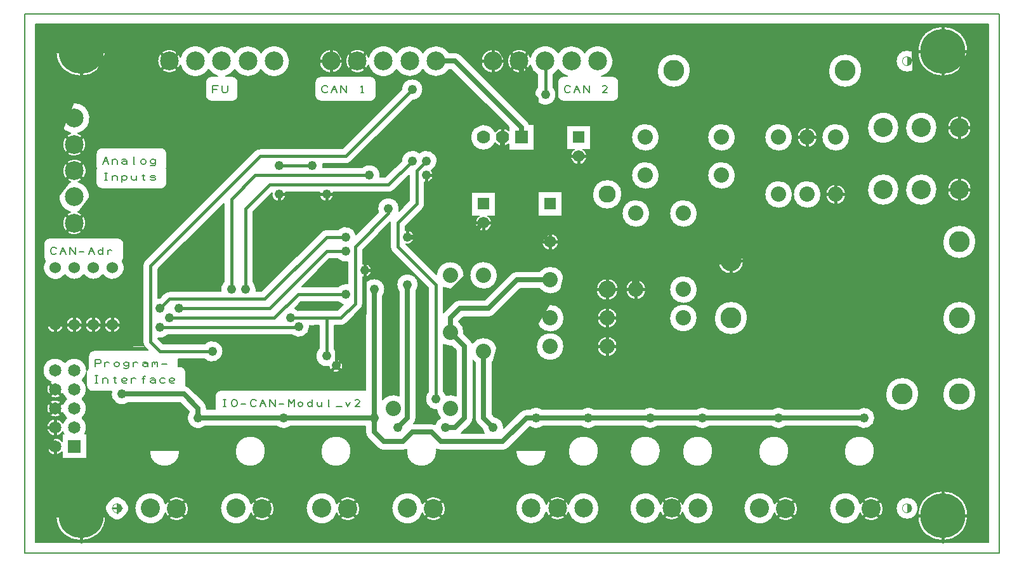
<source format=gbr>
%FSLAX23Y23*%
%MOIN*%
G04 EasyPC Gerber Version 16.0.6 Build 3249 *
%ADD123R,0.06200X0.06200*%
%ADD155R,0.06299X0.06299*%
%ADD116R,0.06500X0.06500*%
%ADD110R,0.07000X0.07000*%
%ADD94C,0.00100*%
%ADD10C,0.00500*%
%ADD89C,0.00700*%
%ADD91C,0.01000*%
%ADD90C,0.01500*%
%ADD100C,0.02500*%
%ADD103C,0.04000*%
%ADD137C,0.04800*%
%ADD151C,0.06000*%
%ADD124C,0.06200*%
%ADD156C,0.06299*%
%ADD115C,0.06500*%
%ADD111C,0.07000*%
%ADD125C,0.08000*%
%ADD154C,0.09000*%
%ADD157C,0.09843*%
%ADD109C,0.10000*%
%ADD152C,0.11000*%
%ADD153C,0.11000*%
%ADD150C,0.23622*%
X0Y0D02*
D02*
D10*
X703Y1132D02*
Y1130D01*
X729Y1103*
X948*
G75*
G02X1044Y1063I40J-40*
G01*
G75*
G02X948Y1023I-57*
G01*
X809*
Y984*
X816*
G75*
G02X849Y951J-33*
G01*
Y884*
G75*
G02X849Y882I-33J0*
G01*
G75*
G02X870Y870I-11J-44*
G01*
X945Y795*
G75*
G02X958Y763I-32J-32*
G01*
Y758*
X1002*
G75*
G02X1002Y759I32J2*
G01*
Y826*
G75*
G02X1034Y859I33*
G01*
X1791*
G75*
G02X1793Y859I0J-32*
G01*
Y1354*
G75*
G02X1781Y1388I45J34*
G01*
G75*
G02X1894I57*
G01*
G75*
G02X1883Y1354I-57*
G01*
Y810*
G75*
G02X1968Y829I55J-47*
G01*
Y1379*
G75*
G02X1956Y1413I45J34*
G01*
G75*
G02X2069I57*
G01*
G75*
G02X2058Y1379I-57*
G01*
Y713*
G75*
G02X2046Y683I-45J0*
G01*
X2138*
G75*
G02X2158Y678J-45*
G01*
G75*
G02X2186Y713I54J-15*
G01*
G75*
G02X2166Y756I52J50*
G01*
G75*
G02X2123Y853I-3J56*
G01*
Y1396*
X1934Y1585*
G75*
G02X1923Y1613I28J28*
G01*
Y1738*
G75*
G02X1923Y1742I40J0*
G01*
X1778Y1596*
Y1523*
G75*
G02X1824Y1488I10J-35*
G01*
G75*
G02X1778Y1453I-37*
G01*
Y1313*
G75*
G02X1766Y1285I-40*
G01*
X1691Y1210*
G75*
G02X1663Y1198I-28J28*
G01*
X1628*
Y1078*
G75*
G02X1643Y1024I-40J-40*
G01*
G75*
G02X1674Y988I-5J-36*
G01*
G75*
G02X1602Y983I-37*
G01*
G75*
G02X1548Y1078I-14J55*
G01*
Y1198*
X1524*
G75*
G02X1501I-12J40*
G01*
X1499*
G75*
G02X1499Y1193I-56J-5*
G01*
G75*
G02X1409Y1148I-57*
G01*
X753*
G75*
G02X703Y1132I-40J40*
G01*
G36*
Y1130*
X729Y1103*
X948*
G75*
G02X1044Y1063I40J-40*
G01*
G75*
G02X948Y1023I-57*
G01*
X809*
Y984*
X816*
G75*
G02X849Y951J-33*
G01*
Y884*
G75*
G02X849Y882I-33J0*
G01*
G75*
G02X870Y870I-11J-44*
G01*
X945Y795*
G75*
G02X958Y763I-32J-32*
G01*
Y758*
X1002*
G75*
G02X1002Y759I32J2*
G01*
Y826*
G75*
G02X1034Y859I33*
G01*
X1791*
G75*
G02X1793Y859I0J-32*
G01*
Y1354*
G75*
G02X1781Y1388I45J34*
G01*
G75*
G02X1894I57*
G01*
G75*
G02X1883Y1354I-57*
G01*
Y810*
G75*
G02X1968Y829I55J-47*
G01*
Y1379*
G75*
G02X1956Y1413I45J34*
G01*
G75*
G02X2069I57*
G01*
G75*
G02X2058Y1379I-57*
G01*
Y713*
G75*
G02X2046Y683I-45J0*
G01*
X2138*
G75*
G02X2158Y678J-45*
G01*
G75*
G02X2186Y713I54J-15*
G01*
G75*
G02X2166Y756I52J50*
G01*
G75*
G02X2123Y853I-3J56*
G01*
Y1396*
X1934Y1585*
G75*
G02X1923Y1613I28J28*
G01*
Y1738*
G75*
G02X1923Y1742I40J0*
G01*
X1778Y1596*
Y1523*
G75*
G02X1824Y1488I10J-35*
G01*
G75*
G02X1778Y1453I-37*
G01*
Y1313*
G75*
G02X1766Y1285I-40*
G01*
X1691Y1210*
G75*
G02X1663Y1198I-28J28*
G01*
X1628*
Y1078*
G75*
G02X1643Y1024I-40J-40*
G01*
G75*
G02X1674Y988I-5J-36*
G01*
G75*
G02X1602Y983I-37*
G01*
G75*
G02X1548Y1078I-14J55*
G01*
Y1198*
X1524*
G75*
G02X1501I-12J40*
G01*
X1499*
G75*
G02X1499Y1193I-56J-5*
G01*
G75*
G02X1409Y1148I-57*
G01*
X753*
G75*
G02X703Y1132I-40J40*
G01*
G37*
Y1344D02*
G75*
G02X713Y1344I10J-56D01*
G01*
X734Y1366*
G75*
G02X763Y1378I28J-28*
G01*
X1032*
G75*
G02X1048Y1428I56J10*
G01*
Y1841*
X703Y1496*
Y1344*
G36*
G75*
G02X713Y1344I10J-56*
G01*
X734Y1366*
G75*
G02X763Y1378I28J-28*
G01*
X1032*
G75*
G02X1048Y1428I56J10*
G01*
Y1841*
X703Y1496*
Y1344*
G37*
X1203Y1428D02*
G75*
G02X1218Y1378I-40J-40D01*
G01*
X1246*
X1559Y1691*
G75*
G02X1588Y1703I28J-28*
G01*
X1648*
G75*
G02X1743Y1675I40J-40*
G01*
X1860Y1792*
G75*
G02X1856Y1813I52J21*
G01*
G75*
G02X1969I57*
G01*
G75*
G02X1968Y1799I-57J0*
G01*
X2023Y1855*
Y1991*
X1941Y1910*
G75*
G02X1913Y1898I-28J28*
G01*
X1623*
G75*
G02X1624Y1888I-35J-10*
G01*
G75*
G02X1551I-37*
G01*
G75*
G02X1553Y1898I37J0*
G01*
X1373*
G75*
G02X1374Y1888I-35J-10*
G01*
G75*
G02X1301I-37*
G01*
G75*
G02X1302Y1896I36J0*
G01*
X1203Y1796*
Y1428*
G36*
G75*
G02X1218Y1378I-40J-40*
G01*
X1246*
X1559Y1691*
G75*
G02X1588Y1703I28J-28*
G01*
X1648*
G75*
G02X1743Y1675I40J-40*
G01*
X1860Y1792*
G75*
G02X1856Y1813I52J21*
G01*
G75*
G02X1969I57*
G01*
G75*
G02X1968Y1799I-57J0*
G01*
X2023Y1855*
Y1991*
X1941Y1910*
G75*
G02X1913Y1898I-28J28*
G01*
X1623*
G75*
G02X1624Y1888I-35J-10*
G01*
G75*
G02X1551I-37*
G01*
G75*
G02X1553Y1898I37J0*
G01*
X1373*
G75*
G02X1374Y1888I-35J-10*
G01*
G75*
G02X1301I-37*
G01*
G75*
G02X1302Y1896I36J0*
G01*
X1203Y1796*
Y1428*
G37*
X1421Y1289D02*
G75*
G02X1438Y1278I-23J-52D01*
G01*
X1501*
G75*
G02X1524I12J-40*
G01*
X1646*
X1676Y1308*
G75*
G02X1648Y1323I12J55*
G01*
X1454*
X1421Y1289*
G36*
G75*
G02X1438Y1278I-23J-52*
G01*
X1501*
G75*
G02X1524I12J-40*
G01*
X1646*
X1676Y1308*
G75*
G02X1648Y1323I12J55*
G01*
X1454*
X1421Y1289*
G37*
X1459Y1403D02*
X1648D01*
G75*
G02X1698Y1419I40J-40*
G01*
Y1532*
G75*
G02X1648Y1548I-10J56*
G01*
X1604*
X1459Y1403*
G36*
X1648*
G75*
G02X1698Y1419I40J-40*
G01*
Y1532*
G75*
G02X1648Y1548I-10J56*
G01*
X1604*
X1459Y1403*
G37*
X2203Y853D02*
G75*
G02X2216Y832I-40J-40D01*
G01*
G75*
G02X2268Y829I22J-69*
G01*
Y1069*
X2246Y1091*
G75*
G02X2238Y1090I-8J72*
G01*
G75*
G02X2203Y1099J73*
G01*
Y853*
G36*
G75*
G02X2216Y832I-40J-40*
G01*
G75*
G02X2268Y829I22J-69*
G01*
Y1069*
X2246Y1091*
G75*
G02X2238Y1090I-8J72*
G01*
G75*
G02X2203Y1099J73*
G01*
Y853*
G37*
X2296Y633D02*
X2415D01*
G75*
G02X2407Y655I48J30*
G01*
X2381Y681*
G75*
G02X2368Y713I32J32*
G01*
Y1006*
G75*
G02X2358Y1016I45J57*
G01*
Y713*
G75*
G02X2345Y681I-45*
G01*
X2296Y633*
G36*
X2415*
G75*
G02X2407Y655I48J30*
G01*
X2381Y681*
G75*
G02X2368Y713I32J32*
G01*
Y1006*
G75*
G02X2358Y1016I45J57*
G01*
Y713*
G75*
G02X2345Y681I-45*
G01*
X2296Y633*
G37*
X5066Y2782D02*
X58D01*
Y58*
X5066*
Y2782*
X110Y1537D02*
G75*
G02X102Y1559I24J22D01*
G01*
Y1626*
G75*
G02X134Y1659I33*
G01*
X491*
G75*
G02X524Y1626J-33*
G01*
Y1559*
G75*
G02X515Y1537I-33*
G01*
G75*
G02X413Y1465I-52J-34*
G01*
G75*
G02X313I-50J38*
G01*
G75*
G02X213I-50J38*
G01*
G75*
G02X110Y1537I-50J38*
G01*
X120Y1203D02*
G75*
G02X205I43D01*
G01*
G75*
G02X120I-43*
G01*
X140Y902D02*
G75*
G02X163Y1028I22J61D01*
G01*
G75*
G02X213Y1004I0J-65*
G01*
G75*
G02X328Y959I50J-42*
G01*
G75*
G02X337Y975I32J-7*
G01*
Y1036*
G75*
G02X369Y1069I33*
G01*
X650*
X634Y1085*
G75*
G02X623Y1113I28J28*
G01*
Y1513*
G75*
G02X634Y1541I40*
G01*
X1209Y2116*
G75*
G02X1238Y2128I28J-28*
G01*
X1671*
X1981Y2438*
G75*
G02X2094Y2438I57J0*
G01*
G75*
G02X2038Y2381I-57*
G01*
X1716Y2060*
G75*
G02X1688Y2048I-28J28*
G01*
X1568*
G75*
G02X1569Y2038I-56J-10*
G01*
G75*
G02X1568Y2028I-57J0*
G01*
X1773*
G75*
G02X1868Y1978I40J-40*
G01*
X1896*
X1981Y2063*
G75*
G02X2075Y2105I57J0*
G01*
G75*
G02X2169Y2063I38J-42*
G01*
G75*
G02X2139Y2013I-57*
G01*
G75*
G02X2103Y1953I-27J-25*
G01*
Y1838*
G75*
G02X2091Y1810I-40*
G01*
X2003Y1721*
Y1698*
G75*
G02X2049Y1663I10J-35*
G01*
G75*
G02X2005Y1627I-37*
G01*
X2165Y1467*
G75*
G02X2238Y1535I72J-4*
G01*
G75*
G02Y1390J-73*
G01*
G75*
G02X2203Y1399J73*
G01*
Y1266*
G75*
G02X2206Y1270I35J-28*
G01*
X2256Y1320*
G75*
G02X2288Y1333I32J-32*
G01*
X2419*
X2556Y1470*
G75*
G02X2588Y1483I32J-32*
G01*
X2706*
G75*
G02X2763Y1510I57J-45*
G01*
G75*
G02Y1365J-73*
G01*
G75*
G02X2706Y1393J73*
G01*
X2606*
X2470Y1256*
G75*
G02X2438Y1243I-32J32*
G01*
X2306*
X2283Y1220*
G75*
G02X2310Y1155I-45J-57*
G01*
X2345Y1120*
G75*
G02X2354Y1106I-32J-32*
G01*
G75*
G02X2413Y1135I59J-43*
G01*
G75*
G02X2458Y1006J-73*
G01*
Y732*
X2470Y719*
G75*
G02X2519Y663I-8J-56*
G01*
G75*
G02X2519Y658I-57J0*
G01*
X2606Y745*
G75*
G02X2638Y758I32J-32*
G01*
X2654*
G75*
G02X2722I34J-45*
G01*
X2929*
G75*
G02X2997I34J-45*
G01*
X3254*
G75*
G02X3322I34J-45*
G01*
X3529*
G75*
G02X3597I34J-45*
G01*
X3929*
G75*
G02X3997I34J-45*
G01*
X4379*
G75*
G02X4469Y713I34J-45*
G01*
G75*
G02X4379Y668I-57*
G01*
X3997*
G75*
G02X3929I-34J45*
G01*
X3597*
G75*
G02X3529I-34J45*
G01*
X3322*
G75*
G02X3254I-34J45*
G01*
X2997*
G75*
G02X2929I-34J45*
G01*
X2722*
G75*
G02X2655Y667I-34J45*
G01*
X2545Y556*
G75*
G02X2513Y543I-32J32*
G01*
X2188*
G75*
G02X2167Y548I0J45*
G01*
G75*
G02X2167Y538I-79J-10*
G01*
G75*
G02X2008I-80*
G01*
G75*
G02X2009Y548I80J0*
G01*
G75*
G02X1988Y543I-21J40*
G01*
X1888*
G75*
G02X1856Y556J45*
G01*
X1806Y606*
G75*
G02X1793Y638I32J32*
G01*
Y668*
X1397*
G75*
G02X1329I-34J45*
G01*
X947*
G75*
G02X867Y745I-34J45*
G01*
X819Y793*
X547*
G75*
G02X458Y852I-34J45*
G01*
X359*
G75*
G02X327Y884J33*
G01*
Y951*
Y952*
G75*
G02X304Y913I-64J11*
G01*
G75*
G02Y813I-42J-50*
G01*
G75*
G02Y713I-42J-50*
G01*
G75*
G02X318Y628I-42J-50*
G01*
X328*
Y498*
X198*
Y535*
G75*
G02X163Y518I-35J28*
G01*
G75*
G02Y608J45*
G01*
G75*
G02X198Y591J-45*
G01*
Y628*
X208*
G75*
G02X202Y640I55J35*
G01*
G75*
G02X163Y618I-39J22*
G01*
G75*
G02Y708J45*
G01*
G75*
G02X202Y685J-45*
G01*
G75*
G02X221Y713I61J-22*
G01*
G75*
G02X202Y740I42J50*
G01*
G75*
G02X163Y718I-39J22*
G01*
G75*
G02Y808J45*
G01*
G75*
G02X202Y785J-45*
G01*
G75*
G02X221Y813I61J-22*
G01*
G75*
G02X202Y840I42J50*
G01*
G75*
G02X163Y818I-39J22*
G01*
G75*
G02X140Y902J45*
G01*
X167Y199D02*
G75*
G02X428I131D01*
G01*
G75*
G02X167I-131*
G01*
Y2640D02*
G75*
G02X428I131D01*
G01*
G75*
G02X167I-131*
G01*
X220Y1203D02*
G75*
G02X305I43D01*
G01*
G75*
G02X220I-43*
G01*
X243Y1795D02*
G75*
G02Y1954I20J79D01*
G01*
G75*
G02X263Y2074I20J58*
G01*
G75*
G02X282Y1954J-62*
G01*
G75*
G02Y1795I-20J-79*
G01*
G75*
G02X263Y1675I-20J-58*
G01*
G75*
G02X243Y1795J62*
G01*
Y2209D02*
G75*
G02X263Y2370I20J79D01*
G01*
G75*
G02X282Y2209J-82*
G01*
G75*
G02X263Y2088I-20J-58*
G01*
G75*
G02X243Y2209J62*
G01*
X320Y1203D02*
G75*
G02X405I43D01*
G01*
G75*
G02X320I-43*
G01*
X378Y2025D02*
G75*
G02X377Y2034I31J9D01*
G01*
Y2101*
G75*
G02X409Y2134I33*
G01*
X716*
G75*
G02X749Y2101J-33*
G01*
Y2034*
G75*
G02X747Y2025I-33J0*
G01*
G75*
G02X749Y2016I-31J-9*
G01*
Y1949*
G75*
G02X716Y1917I-33*
G01*
X409*
G75*
G02X377Y1949J33*
G01*
Y2016*
G75*
G02X378Y2025I33J0*
G01*
X420Y1203D02*
G75*
G02X505I43D01*
G01*
G75*
G02X420I-43*
G01*
X436Y212D02*
G75*
G02Y264I27J26D01*
G01*
G75*
G02X461Y290I52J-26*
G01*
G75*
G02X514I26J-27*
G01*
G75*
G02X539Y264I-26J-52*
G01*
G75*
G02Y212I-27J-26*
G01*
G75*
G02X514Y186I-52J26*
G01*
G75*
G02X461I-26J27*
G01*
G75*
G02X436Y212I26J52*
G01*
X742Y214D02*
G75*
G02X580Y238I-79J24D01*
G01*
G75*
G02X742Y260I83*
G01*
G75*
G02X863Y236I58J-24*
G01*
G75*
G02X742Y214I-63*
G01*
X817Y538D02*
G75*
G02X658I-80D01*
G01*
G75*
G02X817I80*
G01*
X820Y2568D02*
G75*
G02X700Y2588I-58J20D01*
G01*
G75*
G02X820Y2608I62*
G01*
G75*
G02X968Y2632I79J-20*
G01*
G75*
G02X1106I69J-44*
G01*
G75*
G02X1244I69J-44*
G01*
G75*
G02X1394Y2588I69J-44*
G01*
G75*
G02X1244Y2544I-82*
G01*
G75*
G02X1106I-69J44*
G01*
G75*
G02X1058Y2509I-69J44*
G01*
X1091*
G75*
G02X1124Y2476J-33*
G01*
Y2409*
G75*
G02X1091Y2377I-33*
G01*
X984*
G75*
G02X952Y2409J33*
G01*
Y2476*
G75*
G02X984Y2509I33*
G01*
X1016*
G75*
G02X968Y2544I21J79*
G01*
G75*
G02X820Y2568I-69J44*
G01*
X1192Y214D02*
G75*
G02X1030Y238I-79J24D01*
G01*
G75*
G02X1192Y260I83*
G01*
G75*
G02X1313Y236I58J-24*
G01*
G75*
G02X1192Y214I-63*
G01*
X1267Y538D02*
G75*
G02X1108I-80D01*
G01*
G75*
G02X1267I80*
G01*
X1559Y2377D02*
G75*
G02X1527Y2409J33D01*
G01*
Y2476*
G75*
G02X1559Y2509I33*
G01*
X1816*
G75*
G02X1849Y2476J-33*
G01*
Y2409*
G75*
G02X1816Y2377I-33*
G01*
X1559*
X1642Y214D02*
G75*
G02X1480Y238I-79J24D01*
G01*
G75*
G02X1642Y260I83*
G01*
G75*
G02X1763Y236I58J-24*
G01*
G75*
G02X1642Y214I-63*
G01*
X1673Y2588D02*
G75*
G02X1550I-62D01*
G01*
G75*
G02X1673I62*
G01*
X1717Y538D02*
G75*
G02X1558I-80D01*
G01*
G75*
G02X1717I80*
G01*
X1808Y2568D02*
G75*
G02X1688Y2588I-58J20D01*
G01*
G75*
G02X1808Y2608I62*
G01*
G75*
G02X1956Y2632I79J-20*
G01*
G75*
G02X2094I69J-44*
G01*
G75*
G02X2231Y2633I69J-44*
G01*
X2263*
G75*
G02X2295Y2620J-45*
G01*
X2645Y2270*
G75*
G02X2654Y2255I-32J-32*
G01*
X2680*
Y2120*
X2545*
Y2153*
G75*
G02X2474Y2160I-33J35*
G01*
G75*
G02X2413Y2120I-62J28*
G01*
G75*
G02Y2255J68*
G01*
G75*
G02X2474Y2216J-68*
G01*
G75*
G02X2545Y2223I39J-28*
G01*
Y2242*
X2244Y2543*
X2231*
G75*
G02X2094Y2544I-68J45*
G01*
G75*
G02X1956I-69J44*
G01*
G75*
G02X1808Y2568I-69J44*
G01*
X2092Y214D02*
G75*
G02X1930Y238I-79J24D01*
G01*
G75*
G02X2092Y260I83*
G01*
G75*
G02X2213Y236I58J-24*
G01*
G75*
G02X2092Y214I-63*
G01*
X2389Y1774D02*
X2349D01*
Y1901*
X2476*
Y1774*
X2436*
G75*
G02X2413Y1694I-24J-37*
G01*
G75*
G02X2389Y1774J44*
G01*
X2413Y1390D02*
G75*
G02Y1535J73D01*
G01*
G75*
G02Y1390J-73*
G01*
X2523Y2588D02*
G75*
G02X2400I-62D01*
G01*
G75*
G02X2523I62*
G01*
X2658Y2568D02*
G75*
G02X2538Y2588I-58J20D01*
G01*
G75*
G02X2658Y2608I62*
G01*
G75*
G02X2806Y2632I79J-20*
G01*
G75*
G02X2944I69J-44*
G01*
G75*
G02X3094Y2588I69J-44*
G01*
G75*
G02X3034Y2509I-82*
G01*
X3091*
G75*
G02X3124Y2476J-33*
G01*
Y2409*
G75*
G02X3091Y2377I-33*
G01*
X2834*
G75*
G02X2802Y2409J33*
G01*
Y2476*
G75*
G02X2834Y2509I33*
G01*
X2854*
G75*
G02X2806Y2544I21J79*
G01*
G75*
G02X2779Y2518I-69J44*
G01*
Y2451*
G75*
G02X2794Y2413I-42J-38*
G01*
G75*
G02X2681I-57*
G01*
G75*
G02X2696Y2451I57*
G01*
Y2517*
G75*
G02X2658Y2568I41J71*
G01*
X2690Y1088D02*
G75*
G02X2835I73D01*
G01*
G75*
G02X2690I-73*
G01*
X2699Y1902D02*
X2827D01*
Y1774*
X2699*
Y1902*
X2742Y218D02*
G75*
G02X2581Y238I-79J20D01*
G01*
G75*
G02X2742Y258I82*
G01*
G75*
G02X2859I58J-20*
G01*
G75*
G02X3020Y238I79J-20*
G01*
G75*
G02X2859Y218I-82*
G01*
G75*
G02X2742I-58J20*
G01*
X2742Y538D02*
G75*
G02X2583I-80D01*
G01*
G75*
G02X2742I80*
G01*
X2763Y1165D02*
G75*
G02Y1310J73D01*
G01*
G75*
G02Y1165J-73*
G01*
Y1682D02*
G75*
G02Y1594J-44D01*
G01*
G75*
G02Y1682J44*
G01*
X2889Y2124D02*
X2849D01*
Y2251*
X2976*
Y2124*
X2936*
G75*
G02X2913Y2044I-24J-37*
G01*
G75*
G02X2889Y2124J44*
G01*
X2985Y1888D02*
G75*
G02X3140I78D01*
G01*
G75*
G02X2985I-78*
G01*
X3005Y1388D02*
G75*
G02X3120I58D01*
G01*
G75*
G02X3005I-58*
G01*
X3010Y1088D02*
G75*
G02X3115I53D01*
G01*
G75*
G02X3010I-53*
G01*
X3017Y538D02*
G75*
G02X2858I-80D01*
G01*
G75*
G02X3017I80*
G01*
X3115Y1238D02*
G75*
G02X3010I-53D01*
G01*
G75*
G02X3115I53*
G01*
X3213Y1440D02*
G75*
G02Y1335J-53D01*
G01*
G75*
G02Y1440J53*
G01*
Y1860D02*
G75*
G02Y1715J-73D01*
G01*
G75*
G02Y1860J73*
G01*
X3263Y1915D02*
G75*
G02Y2060J73D01*
G01*
G75*
G02Y1915J-73*
G01*
Y2115D02*
G75*
G02Y2260J73D01*
G01*
G75*
G02Y2115J-73*
G01*
X3325Y2538D02*
G75*
G02X3500I88D01*
G01*
G75*
G02X3325I-88*
G01*
X3342Y218D02*
G75*
G02X3181Y238I-79J20D01*
G01*
G75*
G02X3342Y258I82*
G01*
G75*
G02X3459I58J-20*
G01*
G75*
G02X3620Y238I79J-20*
G01*
G75*
G02X3459Y218I-82*
G01*
G75*
G02X3342I-58J20*
G01*
X3342Y538D02*
G75*
G02X3183I-80D01*
G01*
G75*
G02X3342I80*
G01*
X3463Y1460D02*
G75*
G02Y1315J-73D01*
G01*
G75*
G02Y1460J73*
G01*
Y1860D02*
G75*
G02Y1715J-73D01*
G01*
G75*
G02Y1860J73*
G01*
X3535Y1238D02*
G75*
G02X3390I-73D01*
G01*
G75*
G02X3535I73*
G01*
X3617Y538D02*
G75*
G02X3458I-80D01*
G01*
G75*
G02X3617I80*
G01*
X3663Y1915D02*
G75*
G02Y2060J73D01*
G01*
G75*
G02Y1915J-73*
G01*
Y2115D02*
G75*
G02Y2260J73D01*
G01*
G75*
G02Y2115J-73*
G01*
X3780Y1538D02*
G75*
G02X3645I-68D01*
G01*
G75*
G02X3780I68*
G01*
X3800Y1238D02*
G75*
G02X3625I-88D01*
G01*
G75*
G02X3800I88*
G01*
X3942Y214D02*
G75*
G02X3780Y238I-79J24D01*
G01*
G75*
G02X3942Y260I83*
G01*
G75*
G02X4063Y236I58J-24*
G01*
G75*
G02X3942Y214I-63*
G01*
X3963Y1815D02*
G75*
G02Y1960J73D01*
G01*
G75*
G02Y1815J-73*
G01*
Y2115D02*
G75*
G02Y2260J73D01*
G01*
G75*
G02Y2115J-73*
G01*
X4017Y538D02*
G75*
G02X3858I-80D01*
G01*
G75*
G02X4017I80*
G01*
X4113Y1960D02*
G75*
G02Y1815J-73D01*
G01*
G75*
G02Y1960J73*
G01*
Y2240D02*
G75*
G02Y2135J-53D01*
G01*
G75*
G02Y2240J53*
G01*
X4225Y2538D02*
G75*
G02X4400I88D01*
G01*
G75*
G02X4225I-88*
G01*
X4263Y1940D02*
G75*
G02Y1835J-53D01*
G01*
G75*
G02Y1940J53*
G01*
Y2260D02*
G75*
G02Y2115J-73D01*
G01*
G75*
G02Y2260J73*
G01*
X4392Y214D02*
G75*
G02X4230Y238I-79J24D01*
G01*
G75*
G02X4392Y260I83*
G01*
G75*
G02X4513Y236I58J-24*
G01*
G75*
G02X4392Y214I-63*
G01*
X4430Y1913D02*
G75*
G02X4595I83D01*
G01*
G75*
G02X4430I-83*
G01*
Y2238D02*
G75*
G02X4595I83D01*
G01*
G75*
G02X4430I-83*
G01*
X4467Y538D02*
G75*
G02X4308I-80D01*
G01*
G75*
G02X4467I80*
G01*
X4630Y1913D02*
G75*
G02X4795I83D01*
G01*
G75*
G02X4630I-83*
G01*
Y2238D02*
G75*
G02X4795I83D01*
G01*
G75*
G02X4630I-83*
G01*
X4638Y296D02*
G75*
G02Y180J-58D01*
G01*
G75*
G02Y296J58*
G01*
Y2646D02*
G75*
G02Y2530J-58D01*
G01*
G75*
G02Y2646J58*
G01*
X4695Y199D02*
G75*
G02X4956I131D01*
G01*
G75*
G02X4695I-131*
G01*
Y2640D02*
G75*
G02X4956I131D01*
G01*
G75*
G02X4695I-131*
G01*
X4700Y838D02*
G75*
G02X4525I-88D01*
G01*
G75*
G02X4700I88*
G01*
X4850Y1913D02*
G75*
G02X4975I63D01*
G01*
G75*
G02X4850I-63*
G01*
Y2238D02*
G75*
G02X4975I63D01*
G01*
G75*
G02X4850I-63*
G01*
X5000Y838D02*
G75*
G02X4825I-88D01*
G01*
G75*
G02X5000I88*
G01*
Y1238D02*
G75*
G02X4825I-88D01*
G01*
G75*
G02X5000I88*
G01*
Y1638D02*
G75*
G02X4825I-88D01*
G01*
G75*
G02X5000I88*
G01*
X58Y1550D02*
G36*
Y1463D01*
X115*
G75*
G02X110Y1537I48J40*
G01*
G75*
G02X103Y1550I24J22*
G01*
X58*
G37*
X103D02*
G36*
G75*
G02X102Y1559I31J10D01*
G01*
Y1626*
G75*
G02X104Y1638I33*
G01*
X58*
Y1550*
X103*
G37*
X522D02*
G36*
G75*
G02X515Y1537I-31J10D01*
G01*
G75*
G02X511Y1463I-52J-34*
G01*
X623*
Y1513*
G75*
G02X634Y1541I40*
G01*
X643Y1550*
X522*
G37*
X643D02*
G36*
X731Y1638D01*
X522*
G75*
G02X524Y1626I-30J-12*
G01*
Y1559*
G75*
G02X522Y1550I-33J0*
G01*
X643*
G37*
X2083D02*
G36*
X2165Y1467D01*
G75*
G02X2238Y1535I72J-4*
G01*
G75*
G02X2310Y1463J-73*
G01*
X2340*
G75*
G02X2413Y1535I73*
G01*
G75*
G02X2485Y1463J-73*
G01*
X2549*
X2556Y1470*
G75*
G02X2588Y1483I32J-32*
G01*
X2706*
G75*
G02X2763Y1510I57J-45*
G01*
G75*
G02X2831Y1463J-73*
G01*
X5066*
Y1550*
X3779*
G75*
G02X3780Y1538I-66J-12*
G01*
G75*
G02X3645I-68*
G01*
G75*
G02X3646Y1550I67J0*
G01*
X2083*
G37*
X3646D02*
G36*
G75*
G02X3779I66J-12D01*
G01*
X5066*
Y1638*
X5000*
G75*
G02X4825I-88*
G01*
X2807*
G75*
G02X2763Y1594I-44*
G01*
G75*
G02X2719Y1638J44*
G01*
X2039*
G75*
G02X2005Y1627I-27J25*
G01*
X2083Y1550*
X3646*
G37*
X58Y1203D02*
G36*
Y1088D01*
X632*
G75*
G02X623Y1113I31J25*
G01*
Y1203*
X505*
G75*
G02X420I-43*
G01*
X405*
G75*
G02X320I-43*
G01*
X305*
G75*
G02X220I-43*
G01*
X205*
G75*
G02X120I-43*
G01*
X58*
G37*
X120D02*
G36*
G75*
G02X205I43D01*
G01*
X220*
G75*
G02X305I43*
G01*
X320*
G75*
G02X405I43*
G01*
X420*
G75*
G02X505I43*
G01*
X623*
Y1388*
X58*
Y1203*
X120*
G37*
X2298D02*
G36*
G75*
G02X2310Y1155I-60J-40D01*
G01*
X2345Y1120*
G75*
G02X2354Y1106I-32J-32*
G01*
G75*
G02X2413Y1135I59J-43*
G01*
G75*
G02X2481Y1088J-73*
G01*
X2690*
G75*
G02X2835I73*
G01*
X3010*
G75*
G02X3115I53*
G01*
X5066*
Y1203*
X4993*
G75*
G02X4833I-80J35*
G01*
X3793*
G75*
G02X3633I-80J35*
G01*
X3526*
G75*
G02X3399I-63J35*
G01*
X3102*
G75*
G02X3024I-39J35*
G01*
X2826*
G75*
G02X2763Y1165I-63J35*
G01*
G75*
G02X2699Y1203J73*
G01*
X2298*
G37*
X2699D02*
G36*
G75*
G02X2763Y1310I63J35D01*
G01*
G75*
G02X2826Y1203J-73*
G01*
X3024*
G75*
G02X3010Y1238I39J35*
G01*
G75*
G02X3115I53*
G01*
G75*
G02X3102Y1203I-53*
G01*
X3399*
G75*
G02X3390Y1238I63J35*
G01*
G75*
G02X3535I73*
G01*
G75*
G02X3526Y1203I-73*
G01*
X3633*
G75*
G02X3625Y1238I80J35*
G01*
G75*
G02X3800I88*
G01*
G75*
G02X3793Y1203I-88J0*
G01*
X4833*
G75*
G02X4825Y1238I80J35*
G01*
G75*
G02X5000I88*
G01*
G75*
G02X4993Y1203I-88J0*
G01*
X5066*
Y1388*
X3535*
G75*
G02X3463Y1315I-73*
G01*
G75*
G02X3390Y1388J73*
G01*
X3265*
G75*
G02X3213Y1335I-53*
G01*
G75*
G02X3160Y1388J53*
G01*
X3120*
G75*
G02X3005I-58*
G01*
X2815*
G75*
G02X2763Y1365I-53J50*
G01*
G75*
G02X2706Y1393J73*
G01*
X2606*
X2470Y1256*
G75*
G02X2438Y1243I-32J32*
G01*
X2306*
X2283Y1220*
G75*
G02X2298Y1203I-45J-57*
G01*
X2699*
G37*
X58Y199D02*
G36*
Y58D01*
X5066*
Y199*
X4956*
G75*
G02X4695I-131*
G01*
X4681*
G75*
G02X4638Y180I-43J39*
G01*
G75*
G02X4594Y199J58*
G01*
X4500*
G75*
G02X4392Y214I-50J37*
G01*
G75*
G02X4240Y199I-79J24*
G01*
X4050*
G75*
G02X3942Y214I-50J37*
G01*
G75*
G02X3790Y199I-79J24*
G01*
X3610*
G75*
G02X3459Y218I-72J39*
G01*
G75*
G02X3342I-58J20*
G01*
G75*
G02X3191Y199I-79J20*
G01*
X3010*
G75*
G02X2859Y218I-72J39*
G01*
G75*
G02X2742I-58J20*
G01*
G75*
G02X2591Y199I-79J20*
G01*
X2200*
G75*
G02X2092Y214I-50J37*
G01*
G75*
G02X1940Y199I-79J24*
G01*
X1750*
G75*
G02X1642Y214I-50J37*
G01*
G75*
G02X1490Y199I-79J24*
G01*
X1300*
G75*
G02X1192Y214I-50J37*
G01*
G75*
G02X1040Y199I-79J24*
G01*
X850*
G75*
G02X742Y214I-50J37*
G01*
G75*
G02X590Y199I-79J24*
G01*
X531*
G75*
G02X514Y186I-43J39*
G01*
G75*
G02X461I-26J27*
G01*
G75*
G02X444Y199I26J52*
G01*
X428*
G75*
G02X167I-131*
G01*
X58*
G37*
X167D02*
G36*
G75*
G02X428I131D01*
G01*
X444*
G75*
G02X436Y212I43J39*
G01*
G75*
G02Y264I27J26*
G01*
G75*
G02X461Y290I52J-26*
G01*
G75*
G02X514I26J-27*
G01*
G75*
G02X539Y264I-26J-52*
G01*
G75*
G02Y212I-27J-26*
G01*
G75*
G02X531Y199I-52J26*
G01*
X590*
G75*
G02X580Y238I73J39*
G01*
G75*
G02X742Y260I83*
G01*
G75*
G02X863Y236I58J-24*
G01*
G75*
G02X850Y199I-63*
G01*
X1040*
G75*
G02X1030Y238I73J39*
G01*
G75*
G02X1192Y260I83*
G01*
G75*
G02X1313Y236I58J-24*
G01*
G75*
G02X1300Y199I-63*
G01*
X1490*
G75*
G02X1480Y238I73J39*
G01*
G75*
G02X1642Y260I83*
G01*
G75*
G02X1763Y236I58J-24*
G01*
G75*
G02X1750Y199I-63*
G01*
X1940*
G75*
G02X1930Y238I73J39*
G01*
G75*
G02X2092Y260I83*
G01*
G75*
G02X2213Y236I58J-24*
G01*
G75*
G02X2200Y199I-63*
G01*
X2591*
G75*
G02X2581Y238I72J39*
G01*
G75*
G02X2742Y258I82*
G01*
G75*
G02X2859I58J-20*
G01*
G75*
G02X3020Y238I79J-20*
G01*
G75*
G02X3010Y199I-82J0*
G01*
X3191*
G75*
G02X3181Y238I72J39*
G01*
G75*
G02X3342Y258I82*
G01*
G75*
G02X3459I58J-20*
G01*
G75*
G02X3620Y238I79J-20*
G01*
G75*
G02X3610Y199I-82J0*
G01*
X3790*
G75*
G02X3780Y238I73J39*
G01*
G75*
G02X3942Y260I83*
G01*
G75*
G02X4063Y236I58J-24*
G01*
G75*
G02X4050Y199I-63*
G01*
X4240*
G75*
G02X4230Y238I73J39*
G01*
G75*
G02X4392Y260I83*
G01*
G75*
G02X4513Y236I58J-24*
G01*
G75*
G02X4500Y199I-63*
G01*
X4594*
G75*
G02X4638Y296I43J39*
G01*
G75*
G02X4681Y199J-58*
G01*
X4695*
G75*
G02X4956I131*
G01*
X5066*
Y538*
X4467*
G75*
G02X4308I-80*
G01*
X4017*
G75*
G02X3858I-80*
G01*
X3617*
G75*
G02X3458I-80*
G01*
X3342*
G75*
G02X3183I-80*
G01*
X3017*
G75*
G02X2858I-80*
G01*
X2742*
G75*
G02X2583I-80*
G01*
X2167*
G75*
G02X2008I-80*
G01*
X1717*
G75*
G02X1558I-80*
G01*
X1267*
G75*
G02X1108I-80*
G01*
X817*
G75*
G02X658I-80*
G01*
X328*
Y498*
X198*
Y535*
G75*
G02X163Y518I-35J28*
G01*
G75*
G02X125Y538J45*
G01*
X58*
Y199*
X167*
G37*
X58Y2640D02*
G36*
Y2538D01*
X217*
G75*
G02X167Y2640I81J102*
G01*
X58*
G37*
X167D02*
G36*
G75*
G02X428I131D01*
G01*
X729*
G75*
G02X820Y2608I33J-52*
G01*
G75*
G02X968Y2632I79J-20*
G01*
G75*
G02X1106I69J-44*
G01*
G75*
G02X1244I69J-44*
G01*
G75*
G02X1375Y2640I69J-44*
G01*
X1579*
G75*
G02X1644I33J-52*
G01*
X1717*
G75*
G02X1808Y2608I33J-52*
G01*
G75*
G02X1956Y2632I79J-20*
G01*
G75*
G02X2094I69J-44*
G01*
G75*
G02X2225Y2640I69J-44*
G01*
X2429*
G75*
G02X2494I33J-52*
G01*
X2567*
G75*
G02X2658Y2608I33J-52*
G01*
G75*
G02X2806Y2632I79J-20*
G01*
G75*
G02X2944I69J-44*
G01*
G75*
G02X3075Y2640I69J-44*
G01*
X4613*
G75*
G02X4638Y2646I25J-52*
G01*
G75*
G02X4663Y2640J-58*
G01*
X4695*
G75*
G02X4956I131*
G01*
X5066*
Y2782*
X58*
Y2640*
X167*
G37*
X428D02*
G36*
G75*
G02X379Y2538I-131D01*
G01*
X725*
G75*
G02X700Y2588I36J50*
G01*
G75*
G02X729Y2640I62*
G01*
X428*
G37*
X1375D02*
G36*
G75*
G02X1394Y2588I-63J-52D01*
G01*
G75*
G02X1377Y2538I-82*
G01*
X1575*
G75*
G02X1550Y2588I36J50*
G01*
G75*
G02X1579Y2640I62*
G01*
X1375*
G37*
X1644D02*
G36*
G75*
G02X1673Y2588I-33J-52D01*
G01*
G75*
G02X1648Y2538I-62*
G01*
X1713*
G75*
G02X1688Y2588I36J50*
G01*
G75*
G02X1717Y2640I62*
G01*
X1644*
G37*
X2225D02*
G36*
G75*
G02X2231Y2633I-63J-52D01*
G01*
X2263*
G75*
G02X2295Y2620J-45*
G01*
X2376Y2538*
X2425*
G75*
G02X2400Y2588I36J50*
G01*
G75*
G02X2429Y2640I62*
G01*
X2225*
G37*
X2494D02*
G36*
G75*
G02X2523Y2588I-33J-52D01*
G01*
G75*
G02X2498Y2538I-62*
G01*
X2563*
G75*
G02X2538Y2588I36J50*
G01*
G75*
G02X2567Y2640I62*
G01*
X2494*
G37*
X3075D02*
G36*
G75*
G02X3094Y2588I-63J-52D01*
G01*
G75*
G02X3077Y2538I-82*
G01*
X3325*
G75*
G02X3500I88*
G01*
X4225*
G75*
G02X4400I88*
G01*
X4608*
G75*
G02X4613Y2640I29J50*
G01*
X3075*
G37*
X4663D02*
G36*
G75*
G02X4667Y2538I-25J-52D01*
G01*
X4744*
G75*
G02X4695Y2640I81J102*
G01*
X4663*
G37*
X4956D02*
G36*
G75*
G02X4906Y2538I-131D01*
G01*
X5066*
Y2640*
X4956*
G37*
X58Y1875D02*
G36*
Y1788D01*
X228*
G75*
G02X243Y1795I34J-51*
G01*
G75*
G02X181Y1875I20J79*
G01*
X58*
G37*
X181D02*
G36*
G75*
G02X243Y1954I82D01*
G01*
G75*
G02X202Y2025I20J58*
G01*
X58*
Y1875*
X181*
G37*
X344D02*
G36*
G75*
G02X282Y1795I-82D01*
G01*
G75*
G02X297Y1788I-20J-58*
G01*
X881*
X968Y1875*
X344*
G37*
X968D02*
G36*
X1119Y2025D01*
X747*
G75*
G02X749Y2016I-31J-9*
G01*
Y1949*
G75*
G02X716Y1917I-33*
G01*
X409*
G75*
G02X377Y1949J33*
G01*
Y2016*
G75*
G02X378Y2025I33J0*
G01*
X323*
G75*
G02X282Y1954I-60J-13*
G01*
G75*
G02X344Y1875I-20J-79*
G01*
X968*
G37*
X2103D02*
G36*
Y1838D01*
G75*
G02X2091Y1810I-40*
G01*
X2069Y1788*
X2349*
Y1875*
X2103*
G37*
X2349D02*
G36*
Y1901D01*
X2476*
Y1875*
X2699*
Y1902*
X2827*
Y1875*
X2986*
G75*
G02X2985Y1888I76J13*
G01*
G75*
G02X3140I78*
G01*
G75*
G02X3139Y1875I-78J0*
G01*
X3891*
G75*
G02X3963Y1960I71J13*
G01*
G75*
G02X4034Y1875J-73*
G01*
X4041*
G75*
G02X4113Y1960I71J13*
G01*
G75*
G02X4184Y1875J-73*
G01*
X4212*
G75*
G02X4263Y1940I51J13*
G01*
G75*
G02X4314Y1875J-53*
G01*
X4440*
G75*
G02X4430Y1913I73J38*
G01*
G75*
G02X4595I83*
G01*
G75*
G02X4586Y1875I-83J0*
G01*
X4640*
G75*
G02X4630Y1913I73J38*
G01*
G75*
G02X4795I83*
G01*
G75*
G02X4786Y1875I-83J0*
G01*
X4863*
G75*
G02X4850Y1913I49J38*
G01*
G75*
G02X4975I63*
G01*
G75*
G02X4962Y1875I-63*
G01*
X5066*
Y2025*
X3725*
G75*
G02X3663Y1915I-62J-38*
G01*
G75*
G02X3601Y2025J73*
G01*
X3325*
G75*
G02X3263Y1915I-62J-38*
G01*
G75*
G02X3201Y2025J73*
G01*
X2155*
G75*
G02X2139Y2013I-42J37*
G01*
G75*
G02X2103Y1953I-27J-25*
G01*
Y1875*
X2349*
G37*
X2476D02*
G36*
Y1788D01*
X2699*
Y1875*
X2476*
G37*
X2827D02*
G36*
Y1788D01*
X3140*
G75*
G02X3213Y1860I73*
G01*
G75*
G02X3285Y1788J-73*
G01*
X3390*
G75*
G02X3463Y1860I73*
G01*
G75*
G02X3535Y1788J-73*
G01*
X5066*
Y1875*
X4962*
G75*
G02X4863I-49J38*
G01*
X4786*
G75*
G02X4640I-73J38*
G01*
X4586*
G75*
G02X4440I-73J38*
G01*
X4314*
G75*
G02X4263Y1835I-51J13*
G01*
G75*
G02X4212Y1875J53*
G01*
X4184*
G75*
G02X4113Y1815I-71J13*
G01*
G75*
G02X4041Y1875J73*
G01*
X4034*
G75*
G02X3963Y1815I-71J13*
G01*
G75*
G02X3891Y1875J73*
G01*
X3139*
G75*
G02X2986I-76J13*
G01*
X2827*
G37*
X58Y2229D02*
G36*
Y2025D01*
X202*
G75*
G02X263Y2074I60J-13*
G01*
G75*
G02X323Y2025J-62*
G01*
X378*
G75*
G02X377Y2034I31J9*
G01*
Y2101*
G75*
G02X409Y2134I33*
G01*
X716*
G75*
G02X749Y2101J-33*
G01*
Y2034*
G75*
G02X747Y2025I-33J0*
G01*
X1119*
X1209Y2116*
G75*
G02X1238Y2128I28J-28*
G01*
X1671*
X1772Y2229*
X319*
G75*
G02X282Y2209I-57J59*
G01*
G75*
G02X263Y2088I-20J-58*
G01*
G75*
G02X243Y2209J62*
G01*
G75*
G02X206Y2229I20J79*
G01*
X58*
G37*
X206D02*
G36*
G75*
G02X263Y2370I57J59D01*
G01*
G75*
G02X319Y2229J-82*
G01*
X1772*
X1981Y2438*
G75*
G02X1981Y2443I57J0*
G01*
X1849*
Y2409*
G75*
G02X1816Y2377I-33*
G01*
X1559*
G75*
G02X1527Y2409J33*
G01*
Y2443*
X1124*
Y2409*
G75*
G02X1091Y2377I-33*
G01*
X984*
G75*
G02X952Y2409J33*
G01*
Y2443*
X58*
Y2229*
X206*
G37*
X1885D02*
G36*
X1716Y2060D01*
G75*
G02X1688Y2048I-28J28*
G01*
X1568*
G75*
G02X1569Y2038I-56J-10*
G01*
G75*
G02X1568Y2028I-57J0*
G01*
X1773*
G75*
G02X1868Y1978I40J-40*
G01*
X1896*
X1981Y2063*
G75*
G02X2075Y2105I57J0*
G01*
G75*
G02X2169Y2063I38J-42*
G01*
G75*
G02X2155Y2025I-57J0*
G01*
X3201*
G75*
G02X3263Y2060I62J-38*
G01*
G75*
G02X3325Y2025J-73*
G01*
X3601*
G75*
G02X3663Y2060I62J-38*
G01*
G75*
G02X3725Y2025J-73*
G01*
X5066*
Y2229*
X4975*
G75*
G02X4851I-62J9*
G01*
X4795*
G75*
G02X4631I-82J9*
G01*
X4595*
G75*
G02X4431I-82J9*
G01*
X4322*
G75*
G02X4263Y2115I-60J-41*
G01*
G75*
G02X4203Y2229J73*
G01*
X4145*
G75*
G02X4113Y2135I-33J-41*
G01*
G75*
G02X4080Y2229J53*
G01*
X4022*
G75*
G02X3963Y2115I-60J-41*
G01*
G75*
G02X3903Y2229J73*
G01*
X3722*
G75*
G02X3663Y2115I-60J-41*
G01*
G75*
G02X3603Y2229J73*
G01*
X3322*
G75*
G02X3263Y2115I-60J-41*
G01*
G75*
G02X3203Y2229J73*
G01*
X2976*
Y2124*
X2936*
G75*
G02X2913Y2044I-24J-37*
G01*
G75*
G02X2889Y2124J44*
G01*
X2849*
Y2229*
X2680*
Y2120*
X2545*
Y2153*
G75*
G02X2474Y2160I-33J35*
G01*
G75*
G02X2413Y2120I-62J28*
G01*
G75*
G02X2359Y2229J68*
G01*
X1885*
G37*
X2359D02*
G36*
G75*
G02X2413Y2255I54J-41D01*
G01*
G75*
G02X2474Y2216J-68*
G01*
G75*
G02X2545Y2223I39J-28*
G01*
Y2242*
X2344Y2443*
X2094*
G75*
G02X2094Y2438I-56J-5*
G01*
G75*
G02X2038Y2381I-57*
G01*
X1885Y2229*
X2359*
G37*
X2849D02*
G36*
Y2251D01*
X2976*
Y2229*
X3203*
G75*
G02X3263Y2260I60J-41*
G01*
G75*
G02X3322Y2229J-73*
G01*
X3603*
G75*
G02X3663Y2260I60J-41*
G01*
G75*
G02X3722Y2229J-73*
G01*
X3903*
G75*
G02X3963Y2260I60J-41*
G01*
G75*
G02X4022Y2229J-73*
G01*
X4080*
G75*
G02X4113Y2240I33J-41*
G01*
G75*
G02X4145Y2229J-53*
G01*
X4203*
G75*
G02X4263Y2260I60J-41*
G01*
G75*
G02X4322Y2229J-73*
G01*
X4431*
G75*
G02X4430Y2238I82J9*
G01*
G75*
G02X4595I83*
G01*
G75*
G02X4595Y2229I-83J0*
G01*
X4631*
G75*
G02X4630Y2238I82J9*
G01*
G75*
G02X4795I83*
G01*
G75*
G02X4795Y2229I-83J0*
G01*
X4851*
G75*
G02X4850Y2238I62J9*
G01*
G75*
G02X4975I63*
G01*
G75*
G02X4975Y2229I-63J0*
G01*
X5066*
Y2443*
X3124*
Y2409*
G75*
G02X3091Y2377I-33*
G01*
X2834*
G75*
G02X2802Y2409J33*
G01*
Y2476*
G75*
G02X2834Y2509I33*
G01*
X2854*
G75*
G02X2806Y2544I21J79*
G01*
G75*
G02X2779Y2518I-69J44*
G01*
Y2451*
G75*
G02X2794Y2413I-42J-38*
G01*
G75*
G02X2681I-57*
G01*
G75*
G02X2690Y2443I57*
G01*
X2471*
X2645Y2270*
G75*
G02X2654Y2255I-32J-32*
G01*
X2680*
Y2229*
X2849*
G37*
X125Y538D02*
G36*
G75*
G02X163Y608I37J25D01*
G01*
G75*
G02X198Y591J-45*
G01*
Y628*
X208*
G75*
G02X202Y640I55J35*
G01*
G75*
G02X163Y618I-39J22*
G01*
G75*
G02Y708J45*
G01*
G75*
G02X202Y685J-45*
G01*
G75*
G02X221Y713I61J-22*
G01*
G75*
G02X202Y740I42J50*
G01*
G75*
G02X163Y718I-39J22*
G01*
G75*
G02Y808J45*
G01*
G75*
G02X202Y785J-45*
G01*
G75*
G02X221Y813I61J-22*
G01*
G75*
G02X202Y840I42J50*
G01*
G75*
G02X163Y818I-39J22*
G01*
G75*
G02X125Y838J45*
G01*
X58*
Y538*
X125*
G37*
X658D02*
G36*
G75*
G02X817I80D01*
G01*
X1108*
G75*
G02X1267I80*
G01*
X1558*
G75*
G02X1717I80*
G01*
X2008*
G75*
G02X2009Y548I80J0*
G01*
G75*
G02X1988Y543I-21J40*
G01*
X1888*
G75*
G02X1856Y556J45*
G01*
X1806Y606*
G75*
G02X1793Y638I32J32*
G01*
Y668*
X1397*
G75*
G02X1329I-34J45*
G01*
X947*
G75*
G02X867Y745I-34J45*
G01*
X819Y793*
X547*
G75*
G02X458Y852I-34J45*
G01*
X359*
G75*
G02X327Y884J33*
G01*
Y951*
Y952*
G75*
G02X304Y913I-64J11*
G01*
G75*
G02Y813I-42J-50*
G01*
G75*
G02Y713I-42J-50*
G01*
G75*
G02X318Y628I-42J-50*
G01*
X328*
Y538*
X658*
G37*
X2583D02*
G36*
G75*
G02X2742I80D01*
G01*
X2858*
G75*
G02X3017I80*
G01*
X3183*
G75*
G02X3342I80*
G01*
X3458*
G75*
G02X3617I80*
G01*
X3858*
G75*
G02X4017I80*
G01*
X4308*
G75*
G02X4467I80*
G01*
X5066*
Y838*
X5000*
G75*
G02X4825I-88*
G01*
X4700*
G75*
G02X4525I-88*
G01*
X2458*
Y732*
X2470Y719*
G75*
G02X2519Y663I-8J-56*
G01*
G75*
G02X2519Y658I-57J0*
G01*
X2606Y745*
G75*
G02X2638Y758I32J-32*
G01*
X2654*
G75*
G02X2722I34J-45*
G01*
X2929*
G75*
G02X2997I34J-45*
G01*
X3254*
G75*
G02X3322I34J-45*
G01*
X3529*
G75*
G02X3597I34J-45*
G01*
X3929*
G75*
G02X3997I34J-45*
G01*
X4379*
G75*
G02X4469Y713I34J-45*
G01*
G75*
G02X4379Y668I-57*
G01*
X3997*
G75*
G02X3929I-34J45*
G01*
X3597*
G75*
G02X3529I-34J45*
G01*
X3322*
G75*
G02X3254I-34J45*
G01*
X2997*
G75*
G02X2929I-34J45*
G01*
X2722*
G75*
G02X2655Y667I-34J45*
G01*
X2545Y556*
G75*
G02X2513Y543I-32J32*
G01*
X2188*
G75*
G02X2167Y548I0J45*
G01*
G75*
G02X2167Y538I-79J-10*
G01*
X2583*
G37*
X952Y2443D02*
G36*
Y2476D01*
G75*
G02X984Y2509I33*
G01*
X1016*
G75*
G02X968Y2544I21J79*
G01*
G75*
G02X820Y2568I-69J44*
G01*
G75*
G02X725Y2538I-58J20*
G01*
X379*
G75*
G02X217I-81J102*
G01*
X58*
Y2443*
X952*
G37*
X1527D02*
G36*
Y2476D01*
G75*
G02X1559Y2509I33*
G01*
X1816*
G75*
G02X1849Y2476J-33*
G01*
Y2443*
X1981*
G75*
G02X2094I56J-5*
G01*
X2344*
X2244Y2543*
X2231*
G75*
G02X2094Y2544I-68J45*
G01*
G75*
G02X1956I-69J44*
G01*
G75*
G02X1808Y2568I-69J44*
G01*
G75*
G02X1713Y2538I-58J20*
G01*
X1648*
G75*
G02X1575I-36J50*
G01*
X1377*
G75*
G02X1244Y2544I-65J50*
G01*
G75*
G02X1106I-69J44*
G01*
G75*
G02X1058Y2509I-69J44*
G01*
X1091*
G75*
G02X1124Y2476J-33*
G01*
Y2443*
X1527*
G37*
X2690D02*
G36*
G75*
G02X2696Y2451I48J-30D01*
G01*
Y2517*
G75*
G02X2658Y2568I41J71*
G01*
G75*
G02X2563Y2538I-58J20*
G01*
X2498*
G75*
G02X2425I-36J50*
G01*
X2376*
X2471Y2443*
X2690*
G37*
X5066D02*
G36*
Y2538D01*
X4906*
G75*
G02X4744I-81J102*
G01*
X4667*
G75*
G02X4638Y2530I-29J50*
G01*
G75*
G02X4608Y2538J58*
G01*
X4400*
G75*
G02X4225I-88*
G01*
X3500*
G75*
G02X3325I-88*
G01*
X3077*
G75*
G02X3034Y2509I-65J50*
G01*
X3091*
G75*
G02X3124Y2476J-33*
G01*
Y2443*
X5066*
G37*
X58Y1463D02*
G36*
Y1388D01*
X623*
Y1463*
X511*
G75*
G02X413Y1465I-48J40*
G01*
G75*
G02X313I-50J38*
G01*
G75*
G02X213I-50J38*
G01*
G75*
G02X115Y1463I-50J38*
G01*
X58*
G37*
X2310D02*
G36*
G75*
G02X2238Y1390I-73D01*
G01*
G75*
G02X2203Y1399J73*
G01*
Y1266*
G75*
G02X2206Y1270I35J-28*
G01*
X2256Y1320*
G75*
G02X2288Y1333I32J-32*
G01*
X2419*
X2549Y1463*
X2485*
G75*
G02X2413Y1390I-73*
G01*
G75*
G02X2340Y1463J73*
G01*
X2310*
G37*
X2831D02*
G36*
G75*
G02X2815Y1388I-68J-25D01*
G01*
X3005*
G75*
G02X3120I58*
G01*
X3160*
G75*
G02X3213Y1440I53*
G01*
G75*
G02X3265Y1388J-53*
G01*
X3390*
G75*
G02X3463Y1460I73*
G01*
G75*
G02X3535Y1388J-73*
G01*
X5066*
Y1463*
X2831*
G37*
X58Y1088D02*
G36*
Y838D01*
X125*
G75*
G02X140Y902I37J25*
G01*
G75*
G02X163Y1028I22J61*
G01*
G75*
G02X213Y1004I0J-65*
G01*
G75*
G02X328Y959I50J-42*
G01*
G75*
G02X337Y975I32J-7*
G01*
Y1036*
G75*
G02X369Y1069I33*
G01*
X650*
X634Y1085*
G75*
G02X632Y1088I28J28*
G01*
X58*
G37*
X2481D02*
G36*
G75*
G02X2458Y1006I-68J-25D01*
G01*
Y838*
X4525*
G75*
G02X4700I88*
G01*
X4825*
G75*
G02X5000I88*
G01*
X5066*
Y1088*
X3115*
G75*
G02X3010I-53*
G01*
X2835*
G75*
G02X2690I-73*
G01*
X2481*
G37*
X104Y1638D02*
G36*
G75*
G02X134Y1659I30J-12D01*
G01*
X491*
G75*
G02X522Y1638J-33*
G01*
X731*
X881Y1788*
X297*
G75*
G02X263Y1675I-34J-51*
G01*
G75*
G02X228Y1788J62*
G01*
X58*
Y1638*
X104*
G37*
X2719D02*
G36*
G75*
G02X2763Y1682I44D01*
G01*
G75*
G02X2807Y1638J-44*
G01*
X4825*
G75*
G02X5000I88*
G01*
X5066*
Y1788*
X3535*
G75*
G02X3463Y1715I-73*
G01*
G75*
G02X3390Y1788J73*
G01*
X3285*
G75*
G02X3213Y1715I-73*
G01*
G75*
G02X3140Y1788J73*
G01*
X2827*
Y1774*
X2699*
Y1788*
X2476*
Y1774*
X2436*
G75*
G02X2413Y1694I-24J-37*
G01*
G75*
G02X2389Y1774J44*
G01*
X2349*
Y1788*
X2069*
X2003Y1721*
Y1698*
G75*
G02X2049Y1663I10J-35*
G01*
G75*
G02X2039Y1638I-37*
G01*
X2719*
G37*
X5121Y2837D02*
Y3D01*
X3*
Y2837*
X5121*
D02*
D89*
X169Y1579D02*
X166Y1575D01*
X160Y1572*
X150*
X144Y1575*
X141Y1579*
X138Y1585*
Y1597*
X141Y1604*
X144Y1607*
X150Y1610*
X160*
X166Y1607*
X169Y1604*
X188Y1572D02*
X203Y1610D01*
X219Y1572*
X194Y1588D02*
X213D01*
X238Y1572D02*
Y1610D01*
X269Y1572*
Y1610*
X288Y1585D02*
X313D01*
X338Y1572D02*
X353Y1610D01*
X369Y1572*
X344Y1588D02*
X363D01*
X413D02*
X410Y1594D01*
X403Y1597*
X397*
X391Y1594*
X388Y1588*
Y1582*
X391Y1575*
X397Y1572*
X403*
X410Y1575*
X413Y1582*
Y1572D02*
Y1610D01*
X438Y1572D02*
Y1597D01*
Y1588D02*
X441Y1594D01*
X447Y1597*
X453*
X460Y1594*
X372Y897D02*
X385D01*
X378D02*
Y935D01*
X372D02*
X385D01*
X413Y897D02*
Y922D01*
Y913D02*
X416Y919D01*
X422Y922*
X428*
X435Y919*
X438Y913*
Y897*
X469Y922D02*
X481D01*
X475Y929D02*
Y900D01*
X478Y897*
X481*
X485Y900*
X538D02*
X535Y897D01*
X528*
X522*
X516Y900*
X513Y907*
Y916*
X516Y919*
X522Y922*
X528*
X535Y919*
X538Y916*
Y913*
X535Y910*
X528Y907*
X522*
X516Y910*
X513Y913*
X563Y897D02*
Y922D01*
Y913D02*
X566Y919D01*
X572Y922*
X578*
X585Y919*
X625Y897D02*
Y929D01*
X628Y932*
X631*
X635Y929*
X619Y919D02*
X631D01*
X663D02*
X669Y922D01*
X678*
X685Y919*
X688Y913*
Y904*
X685Y900*
X678Y897*
X672*
X666Y900*
X663Y904*
Y907*
X666Y910*
X672Y913*
X678*
X685Y910*
X688Y907*
Y904D02*
Y897D01*
X738Y919D02*
X731Y922D01*
X722*
X716Y919*
X713Y913*
Y907*
X716Y900*
X722Y897*
X731*
X738Y900*
X788D02*
X785Y897D01*
X778*
X772*
X766Y900*
X763Y907*
Y916*
X766Y919*
X772Y922*
X778*
X785Y919*
X788Y916*
Y913*
X785Y910*
X778Y907*
X772*
X766Y910*
X763Y913*
X373Y982D02*
Y1020D01*
X395*
X401Y1017*
X404Y1010*
X401Y1004*
X395Y1001*
X373*
X423Y982D02*
Y1007D01*
Y998D02*
X426Y1004D01*
X432Y1007*
X438*
X445Y1004*
X473Y992D02*
X476Y985D01*
X482Y982*
X488*
X495Y985*
X498Y992*
Y998*
X495Y1004*
X488Y1007*
X482*
X476Y1004*
X473Y998*
Y992*
X548Y998D02*
X545Y1004D01*
X538Y1007*
X532*
X526Y1004*
X523Y998*
Y995*
X526Y989*
X532Y985*
X538*
X545Y989*
X548Y995*
Y1007D02*
Y982D01*
X545Y976*
X538Y973*
X529*
X523Y976*
X573Y982D02*
Y1007D01*
Y998D02*
X576Y1004D01*
X582Y1007*
X588*
X595Y1004*
X623D02*
X629Y1007D01*
X638*
X645Y1004*
X648Y998*
Y989*
X645Y985*
X638Y982*
X632*
X626Y985*
X623Y989*
Y992*
X626Y995*
X632Y998*
X638*
X645Y995*
X648Y992*
Y989D02*
Y982D01*
X673D02*
Y1007D01*
Y1004D02*
X676Y1007D01*
X682*
X685Y1004*
Y995*
Y1004D02*
X688Y1007D01*
X695*
X698Y1004*
Y982*
X723Y995D02*
X748D01*
X422Y1962D02*
X435D01*
X428D02*
Y2000D01*
X422D02*
X435D01*
X463Y1962D02*
Y1987D01*
Y1978D02*
X466Y1984D01*
X472Y1987*
X478*
X485Y1984*
X488Y1978*
Y1962*
X513Y1987D02*
Y1953D01*
Y1972D02*
X516Y1965D01*
X522Y1962*
X528*
X535Y1965*
X538Y1972*
Y1978*
X535Y1984*
X528Y1987*
X522*
X516Y1984*
X513Y1978*
Y1972*
X563Y1987D02*
Y1972D01*
X566Y1965*
X572Y1962*
X578*
X585Y1965*
X588Y1972*
Y1987D02*
Y1962D01*
X619Y1987D02*
X631D01*
X625Y1994D02*
Y1965D01*
X628Y1962*
X631*
X635Y1965*
X663D02*
X669Y1962D01*
X681*
X688Y1965*
Y1972*
X681Y1975*
X669*
X663Y1978*
Y1984*
X669Y1987*
X681*
X688Y1984*
X413Y2047D02*
X428Y2085D01*
X444Y2047*
X419Y2063D02*
X438D01*
X463Y2047D02*
Y2072D01*
Y2063D02*
X466Y2069D01*
X472Y2072*
X478*
X485Y2069*
X488Y2063*
Y2047*
X513Y2069D02*
X519Y2072D01*
X528*
X535Y2069*
X538Y2063*
Y2054*
X535Y2050*
X528Y2047*
X522*
X516Y2050*
X513Y2054*
Y2057*
X516Y2060*
X522Y2063*
X528*
X535Y2060*
X538Y2057*
Y2054D02*
Y2047D01*
X578D02*
X575D01*
Y2085*
X613Y2057D02*
X616Y2050D01*
X622Y2047*
X628*
X635Y2050*
X638Y2057*
Y2063*
X635Y2069*
X628Y2072*
X622*
X616Y2069*
X613Y2063*
Y2057*
X688Y2063D02*
X685Y2069D01*
X678Y2072*
X672*
X666Y2069*
X663Y2063*
Y2060*
X666Y2054*
X672Y2050*
X678*
X685Y2054*
X688Y2060*
Y2072D02*
Y2047D01*
X685Y2041*
X678Y2038*
X669*
X663Y2041*
X988Y2422D02*
Y2460D01*
X1019*
X1013Y2441D02*
X988D01*
X1038Y2460D02*
Y2432D01*
X1041Y2425*
X1047Y2422*
X1060*
X1066Y2425*
X1069Y2432*
Y2460*
X1047Y772D02*
X1060D01*
X1053D02*
Y810D01*
X1047D02*
X1060D01*
X1088Y785D02*
Y797D01*
X1091Y804*
X1094Y807*
X1100Y810*
X1106*
X1113Y807*
X1116Y804*
X1119Y797*
Y785*
X1116Y779*
X1113Y775*
X1106Y772*
X1100*
X1094Y775*
X1091Y779*
X1088Y785*
X1138D02*
X1163D01*
X1219Y779D02*
X1216Y775D01*
X1210Y772*
X1200*
X1194Y775*
X1191Y779*
X1188Y785*
Y797*
X1191Y804*
X1194Y807*
X1200Y810*
X1210*
X1216Y807*
X1219Y804*
X1238Y772D02*
X1253Y810D01*
X1269Y772*
X1244Y788D02*
X1263D01*
X1288Y772D02*
Y810D01*
X1319Y772*
Y810*
X1338Y785D02*
X1363D01*
X1388Y772D02*
Y810D01*
X1403Y791*
X1419Y810*
Y772*
X1438Y782D02*
X1441Y775D01*
X1447Y772*
X1453*
X1460Y775*
X1463Y782*
Y788*
X1460Y794*
X1453Y797*
X1447*
X1441Y794*
X1438Y788*
Y782*
X1513Y788D02*
X1510Y794D01*
X1503Y797*
X1497*
X1491Y794*
X1488Y788*
Y782*
X1491Y775*
X1497Y772*
X1503*
X1510Y775*
X1513Y782*
Y772D02*
Y810D01*
X1538Y797D02*
Y782D01*
X1541Y775*
X1547Y772*
X1553*
X1560Y775*
X1563Y782*
Y797D02*
Y772D01*
X1603D02*
X1600D01*
Y810*
X1638Y772D02*
X1669D01*
X1688Y797D02*
X1700Y772D01*
X1713Y797*
X1763Y772D02*
X1738D01*
X1760Y794*
X1763Y800*
X1760Y807*
X1753Y810*
X1744*
X1738Y807*
X1594Y2429D02*
X1591Y2425D01*
X1585Y2422*
X1575*
X1569Y2425*
X1566Y2429*
X1563Y2435*
Y2447*
X1566Y2454*
X1569Y2457*
X1575Y2460*
X1585*
X1591Y2457*
X1594Y2454*
X1613Y2422D02*
X1628Y2460D01*
X1644Y2422*
X1619Y2438D02*
X1638D01*
X1663Y2422D02*
Y2460D01*
X1694Y2422*
Y2460*
X1769Y2422D02*
X1781D01*
X1775D02*
Y2460D01*
X1769Y2454*
X2869Y2429D02*
X2866Y2425D01*
X2860Y2422*
X2850*
X2844Y2425*
X2841Y2429*
X2838Y2435*
Y2447*
X2841Y2454*
X2844Y2457*
X2850Y2460*
X2860*
X2866Y2457*
X2869Y2454*
X2888Y2422D02*
X2903Y2460D01*
X2919Y2422*
X2894Y2438D02*
X2913D01*
X2938Y2422D02*
Y2460D01*
X2969Y2422*
Y2460*
X3063Y2422D02*
X3038D01*
X3060Y2444*
X3063Y2450*
X3060Y2457*
X3053Y2460*
X3044*
X3038Y2457*
D02*
D90*
X138Y563D02*
X113D01*
X138Y663D02*
X113D01*
X140Y1203D02*
X115D01*
X145Y745D02*
X127Y728D01*
X145Y781D02*
X127Y798D01*
X145Y845D02*
X127Y828D01*
X145Y881D02*
X127Y898D01*
X163Y538D02*
Y513D01*
Y638D02*
Y613D01*
Y688D02*
Y713D01*
Y1180D02*
Y1155D01*
Y1225D02*
Y1250D01*
X180Y745D02*
X198Y728D01*
X180Y781D02*
X198Y798D01*
X180Y845D02*
X198Y828D01*
X185Y1203D02*
X210D01*
X187Y199D02*
X162D01*
X187Y2640D02*
X162D01*
X233Y1707D02*
X216Y1690D01*
X233Y1766D02*
X216Y1784D01*
X233Y1983D02*
X216Y1965D01*
X233Y2042D02*
X216Y2060D01*
X233Y2121D02*
X216Y2103D01*
X233Y2180D02*
X216Y2197D01*
X240Y1203D02*
X215D01*
X263Y1180D02*
Y1155D01*
Y1225D02*
Y1250D01*
X285Y1203D02*
X310D01*
X292Y1707D02*
X310Y1690D01*
X292Y1766D02*
X310Y1784D01*
X292Y1983D02*
X310Y1965D01*
X292Y2042D02*
X310Y2060D01*
X292Y2121D02*
X310Y2103D01*
X292Y2180D02*
X310Y2197D01*
X298Y89D02*
Y64D01*
Y310D02*
Y335D01*
Y2530D02*
Y2505D01*
Y2751D02*
Y2776D01*
X340Y1203D02*
X315D01*
X363Y1180D02*
Y1155D01*
Y1225D02*
Y1250D01*
X385Y1203D02*
X410D01*
X408Y199D02*
X433D01*
X408Y2640D02*
X433D01*
X440Y1203D02*
X415D01*
X463Y1180D02*
Y1155D01*
Y1225D02*
Y1250D01*
X485Y1203D02*
X510D01*
X713Y1288D02*
X763Y1338D01*
X1263*
X1588Y1663*
X1688*
X732Y2558D02*
X714Y2541D01*
X732Y2617D02*
X714Y2635D01*
X763Y1238D02*
X1313D01*
X1438Y1363*
X1688*
X770Y206D02*
X752Y189D01*
X770Y267D02*
X752Y284D01*
X791Y2558D02*
X809Y2541D01*
X791Y2617D02*
X809Y2635D01*
X830Y206D02*
X848Y189D01*
X830Y267D02*
X848Y284D01*
X1163Y1388D02*
Y1813D01*
X1288Y1938*
X1913*
X2038Y2063*
X1220Y206D02*
X1202Y189D01*
X1220Y267D02*
X1202Y284D01*
X1280Y206D02*
X1298Y189D01*
X1280Y267D02*
X1298Y284D01*
X1338Y1871D02*
Y1846D01*
Y1888D02*
X1588D01*
X1354D02*
X1379D01*
X1443Y1193D02*
Y1188D01*
X713*
X1513Y1238D02*
X1663D01*
X1738Y1313*
Y1613*
X1913Y1788*
Y1813*
X1513Y1238D02*
X1398D01*
X1513Y2038D02*
X1338D01*
X1570Y2588D02*
X1545D01*
X1571Y1888D02*
X1546D01*
X1588Y1038D02*
Y1238D01*
X1513*
X1588Y1871D02*
Y1846D01*
X1604Y1888D02*
X1629D01*
X1612Y2546D02*
Y2521D01*
Y2630D02*
Y2655D01*
X1626Y976D02*
X1608Y959D01*
X1638Y988D02*
Y1113D01*
X1788Y1263*
Y1488*
X1649Y976D02*
X1667Y959D01*
X1649Y1000D02*
X1667Y1017D01*
X1653Y2588D02*
X1678D01*
X1670Y206D02*
X1652Y189D01*
X1670Y267D02*
X1652Y284D01*
X1688Y1588D02*
X1588D01*
X1288Y1288*
X813*
X1720Y2558D02*
X1702Y2541D01*
X1720Y2617D02*
X1702Y2635D01*
X1730Y206D02*
X1748Y189D01*
X1730Y267D02*
X1748Y284D01*
X1779Y2558D02*
X1797Y2541D01*
X1779Y2617D02*
X1797Y2635D01*
X1788Y1471D02*
Y1446D01*
Y1504D02*
Y1529D01*
X1804Y1488D02*
X1829D01*
X1813Y1988D02*
X1213D01*
X1088Y1863*
Y1388*
X2013Y1663D02*
X2113D01*
Y1988*
X2013Y1679D02*
Y1704D01*
X2029Y1663D02*
X2054D01*
X2038Y2438D02*
X1688Y2088D01*
X1238*
X663Y1513*
Y1113*
X713Y1063*
X988*
X2113Y1971D02*
Y1946D01*
Y2063D02*
X2063Y2013D01*
Y1838*
X1963Y1738*
Y1613*
X2163Y1413*
Y813*
X2120Y206D02*
X2102Y189D01*
X2120Y267D02*
X2102Y284D01*
X2129Y1988D02*
X2154D01*
X2180Y206D02*
X2198Y189D01*
X2180Y267D02*
X2198Y284D01*
X2389Y1738D02*
X2364D01*
X2413Y1714D02*
Y1689D01*
X2420Y2588D02*
X2395D01*
X2436Y1738D02*
X2461D01*
X2462Y2546D02*
Y2521D01*
Y2630D02*
Y2655D01*
X2503Y2588D02*
X2528D01*
X2513Y2160D02*
Y2135D01*
Y2215D02*
Y2240D01*
X2570Y2558D02*
X2552Y2541D01*
X2570Y2617D02*
X2552Y2635D01*
X2629Y2558D02*
X2647Y2541D01*
X2629Y2617D02*
X2647Y2635D01*
X2738Y2413D02*
Y2587D01*
X2737Y2588*
X2739Y1638D02*
X2714D01*
X2763Y1614D02*
Y1589D01*
Y1662D02*
Y1687D01*
X2771Y208D02*
X2753Y191D01*
X2771Y267D02*
X2753Y285D01*
X2787Y1638D02*
X2812D01*
X2830Y208D02*
X2848Y191D01*
X2830Y267D02*
X2848Y285D01*
X2889Y2088D02*
X2864D01*
X2913Y2064D02*
Y2039D01*
X2936Y2088D02*
X2961D01*
X3025Y1388D02*
X3000D01*
X3030Y1088D02*
X3005D01*
X3030Y1238D02*
X3005D01*
X3063Y1055D02*
Y1030D01*
Y1120D02*
Y1145D01*
Y1205D02*
Y1180D01*
Y1270D02*
Y1295D01*
Y1350D02*
Y1325D01*
Y1425D02*
Y1450D01*
X3095Y1088D02*
X3120D01*
X3095Y1238D02*
X3120D01*
X3100Y1388D02*
X3125D01*
X3180D02*
X3155D01*
X3213Y1355D02*
Y1330D01*
Y1420D02*
Y1445D01*
X3245Y1388D02*
X3270D01*
X3371Y208D02*
X3353Y191D01*
X3371Y267D02*
X3353Y285D01*
X3430Y208D02*
X3448Y191D01*
X3430Y267D02*
X3448Y285D01*
X3665Y1538D02*
X3640D01*
X3713Y1490D02*
Y1465D01*
Y1585D02*
Y1610D01*
X3760Y1538D02*
X3785D01*
X3970Y206D02*
X3952Y189D01*
X3970Y267D02*
X3952Y284D01*
X4030Y206D02*
X4048Y189D01*
X4030Y267D02*
X4048Y284D01*
X4080Y2188D02*
X4055D01*
X4113Y2155D02*
Y2130D01*
Y2220D02*
Y2245D01*
X4145Y2188D02*
X4170D01*
X4230Y1888D02*
X4205D01*
X4263Y1855D02*
Y1830D01*
Y1920D02*
Y1945D01*
X4295Y1888D02*
X4320D01*
X4420Y206D02*
X4402Y189D01*
X4420Y267D02*
X4402Y284D01*
X4480Y206D02*
X4498Y189D01*
X4480Y267D02*
X4498Y284D01*
X4715Y199D02*
X4690D01*
X4715Y2640D02*
X4690D01*
X4825Y89D02*
Y64D01*
Y310D02*
Y335D01*
Y2530D02*
Y2505D01*
Y2751D02*
Y2776D01*
X4870Y1913D02*
X4845D01*
X4870Y2238D02*
X4845D01*
X4913Y1870D02*
Y1845D01*
Y1955D02*
Y1980D01*
Y2195D02*
Y2170D01*
Y2280D02*
Y2305D01*
X4936Y199D02*
X4961D01*
X4936Y2640D02*
X4961D01*
X4955Y1913D02*
X4980D01*
X4955Y2238D02*
X4980D01*
D02*
D91*
X463Y238D02*
X513D01*
X488Y263D02*
Y213D01*
D02*
D94*
Y263D02*
G75*
G03Y213J-25D01*
G01*
G75*
G03Y263J25*
G01*
G36*
G75*
G03Y213J-25*
G01*
G75*
G03Y263J25*
G01*
G37*
X4638D02*
G75*
G03Y213J-25D01*
G01*
G75*
G03Y263J25*
G01*
G36*
G75*
G03Y213J-25*
G01*
G75*
G03Y263J25*
G01*
G37*
Y2613D02*
G75*
G03Y2563J-25D01*
G01*
G75*
G03Y2613J25*
G01*
G36*
G75*
G03Y2563J-25*
G01*
G75*
G03Y2613J25*
G01*
G37*
D02*
D100*
X513Y838D02*
X838D01*
X913Y763*
Y713*
X1363D02*
X913D01*
X1838D02*
X1363D01*
X1838D02*
Y638D01*
X1888Y588*
X1988*
X2038Y638*
X2138*
X2188Y588*
X2513*
X2638Y713*
X2688*
X1838Y1388D02*
Y713D01*
X2013Y1413D02*
Y713D01*
X1963Y663*
X2013Y1663D02*
X2338D01*
X2413Y1738*
X2163Y2588D02*
X2263D01*
X2613Y2238*
Y2188*
X2238Y1163D02*
X2313Y1088D01*
Y713*
X2263Y663*
X2213*
X2413Y1063D02*
Y713D01*
X2463Y663*
X2513Y2188D02*
Y2113D01*
X2538Y2088*
X2663*
X2688Y2113*
Y2388*
X2613Y2463*
Y2575*
X2599Y2588*
X2688Y713D02*
X2963D01*
X2763Y1438D02*
X2588D01*
X2438Y1288*
X2288*
X2238Y1238*
Y1163*
X2963Y713D02*
X3288D01*
X3563*
X3963*
X4413*
D02*
D103*
X3713Y1538D02*
X3288D01*
X3213Y1463*
Y1388*
D02*
D109*
X663Y238D03*
X800Y236D03*
X1113Y238D03*
X1250Y236D03*
X1563Y238D03*
X1700Y236D03*
X2013Y238D03*
X2150Y236D03*
X3863Y238D03*
X4000Y236D03*
X4313Y238D03*
X4450Y236D03*
X4513Y1913D03*
Y2238D03*
X4713Y1913D03*
Y2238D03*
X4913Y1913D03*
Y2238D03*
D02*
D110*
X2613Y2188D03*
D02*
D111*
X2413D03*
X2513D03*
D02*
D115*
X163Y563D03*
Y663D03*
Y763D03*
Y863D03*
Y963D03*
X263Y663D03*
Y763D03*
Y863D03*
Y963D03*
D02*
D116*
Y563D03*
D02*
D123*
X2413Y1838D03*
X2913Y2188D03*
D02*
D124*
X2413Y1738D03*
X2913Y2088D03*
D02*
D125*
X1938Y763D03*
X2238D03*
Y1163D03*
Y1463D03*
X2413Y1063D03*
Y1463D03*
X2763Y1088D03*
Y1238D03*
Y1438D03*
X3063Y1088D03*
Y1238D03*
X3213Y1388D03*
Y1788D03*
X3263Y1988D03*
Y2188D03*
X3463Y1238D03*
Y1388D03*
Y1788D03*
X3663Y1988D03*
Y2188D03*
X3963Y1888D03*
Y2188D03*
X4113Y1888D03*
Y2188D03*
X4263Y1888D03*
Y2188D03*
D02*
D137*
X513Y838D03*
X713Y1188D03*
Y1288D03*
X763Y1238D03*
X813Y1288D03*
X913Y713D03*
X988Y1063D03*
X1088Y1388D03*
X1163D03*
X1338Y1888D03*
Y2038D03*
X1363Y713D03*
X1398Y1238D03*
X1443Y1193D03*
X1513Y2038D03*
X1588Y1038D03*
Y1888D03*
X1638Y988D03*
X1688Y1363D03*
Y1588D03*
Y1663D03*
X1788Y1488D03*
X1813Y1988D03*
X1838Y713D03*
Y1388D03*
X1913Y1813D03*
X1963Y663D03*
X2013Y1413D03*
Y1663D03*
X2038Y2063D03*
Y2438D03*
X2113Y1988D03*
Y2063D03*
X2163Y813D03*
X2213Y663D03*
X2463D03*
X2688Y713D03*
X2738Y2413D03*
X2963Y713D03*
X3288D03*
X3563D03*
X3963D03*
X4413D03*
D02*
D150*
X298Y199D03*
Y2640D03*
X4825Y199D03*
Y2640D03*
D02*
D151*
X163Y1203D03*
Y1503D03*
X263Y1203D03*
Y1503D03*
X363Y1203D03*
Y1503D03*
X463Y1203D03*
Y1503D03*
D02*
D152*
X3713Y1238D03*
Y1538D03*
X4613Y838D03*
X4913D03*
Y1238D03*
Y1638D03*
D02*
D153*
X3413Y2538D03*
X4313D03*
D02*
D154*
X3063Y1388D03*
Y1888D03*
D02*
D155*
X2763Y1838D03*
D02*
D156*
Y1638D03*
D02*
D157*
X263Y1737D03*
Y1875D03*
Y2012D03*
Y2150D03*
Y2288D03*
X762Y2588D03*
X899D03*
X1037D03*
X1175D03*
X1313D03*
X1612D03*
X1749D03*
X1887D03*
X2025D03*
X2163D03*
X2462D03*
X2599D03*
X2663Y238D03*
X2737Y2588D03*
X2801Y238D03*
X2875Y2588D03*
X2938Y238D03*
X3013Y2588D03*
X3263Y238D03*
X3401D03*
X3538D03*
X0Y0D02*
M02*

</source>
